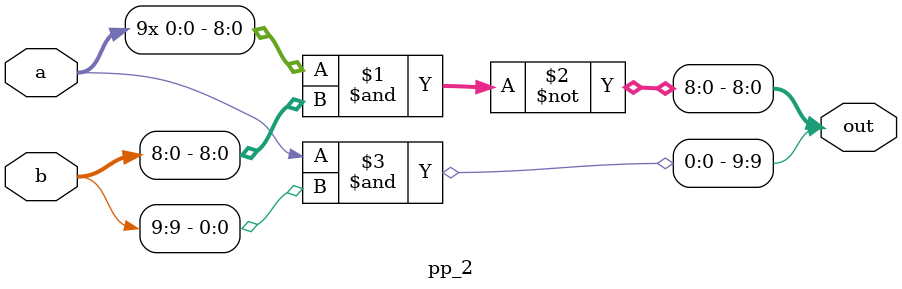
<source format=v>
module pp_2 (
           input a,
			  input [9:0] b,
			  output [9:0] out
			  );
			  
//assign out = ({10{a[0]}} & b) ^ ((1'b1)<<9);
assign out[8:0] = ~({9{a}} & b[8:0]);
assign out[9] = (a & b[9]);
endmodule

</source>
